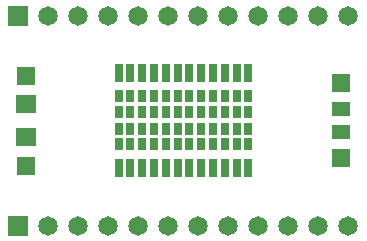
<source format=gts>
G04 (created by PCBNEW-RS274X (2012-jan-04)-stable) date Sun 02 Sep 2012 01:17:06 AM CEST*
G01*
G70*
G90*
%MOIN*%
G04 Gerber Fmt 3.4, Leading zero omitted, Abs format*
%FSLAX34Y34*%
G04 APERTURE LIST*
%ADD10C,0.006000*%
%ADD11R,0.059000X0.051100*%
%ADD12R,0.070800X0.062900*%
%ADD13R,0.060000X0.060000*%
%ADD14R,0.065000X0.065000*%
%ADD15C,0.065000*%
%ADD16R,0.025600X0.063000*%
%ADD17R,0.025600X0.039400*%
G04 APERTURE END LIST*
G54D10*
G54D11*
X62750Y-37126D03*
X62750Y-37874D03*
G54D12*
X52250Y-36949D03*
X52250Y-38051D03*
G54D13*
X52250Y-36000D03*
X62750Y-36250D03*
X52250Y-39000D03*
X62750Y-38750D03*
G54D14*
X52000Y-34000D03*
G54D15*
X53000Y-34000D03*
X54000Y-34000D03*
X55000Y-34000D03*
X56000Y-34000D03*
X57000Y-34000D03*
X58000Y-34000D03*
X59000Y-34000D03*
X60000Y-34000D03*
X61000Y-34000D03*
X62000Y-34000D03*
X63000Y-34000D03*
G54D14*
X52000Y-41000D03*
G54D15*
X53000Y-41000D03*
X54000Y-41000D03*
X55000Y-41000D03*
X56000Y-41000D03*
X57000Y-41000D03*
X58000Y-41000D03*
X59000Y-41000D03*
X60000Y-41000D03*
X61000Y-41000D03*
X62000Y-41000D03*
X63000Y-41000D03*
G54D16*
X55335Y-39075D03*
X55728Y-39075D03*
X56122Y-39075D03*
X56516Y-39075D03*
X56909Y-39075D03*
X57303Y-39075D03*
X57697Y-39075D03*
X58091Y-39075D03*
X58484Y-39075D03*
X58878Y-39075D03*
X59272Y-39075D03*
X59665Y-39075D03*
X59665Y-35925D03*
X59272Y-35925D03*
X58878Y-35925D03*
X58484Y-35925D03*
X58091Y-35925D03*
X57697Y-35925D03*
X57303Y-35925D03*
X56909Y-35925D03*
X56516Y-35925D03*
X56122Y-35925D03*
X55728Y-35925D03*
X55335Y-35925D03*
G54D17*
X59666Y-36693D03*
X59666Y-37205D03*
X56122Y-38288D03*
X56122Y-37776D03*
X56516Y-38288D03*
X56516Y-37776D03*
X56910Y-38288D03*
X56910Y-37776D03*
X57304Y-38288D03*
X57304Y-37776D03*
X57697Y-38288D03*
X57697Y-37776D03*
X58091Y-38288D03*
X58091Y-37776D03*
X58485Y-38288D03*
X58485Y-37776D03*
X58878Y-38288D03*
X58878Y-37776D03*
X59272Y-38288D03*
X59272Y-37776D03*
X59666Y-38288D03*
X59666Y-37776D03*
X59272Y-36693D03*
X59272Y-37205D03*
X58878Y-36693D03*
X58878Y-37205D03*
X58485Y-36693D03*
X58485Y-37205D03*
X58091Y-36693D03*
X58091Y-37205D03*
X57697Y-36693D03*
X57697Y-37205D03*
X57304Y-36693D03*
X57304Y-37205D03*
X56910Y-36693D03*
X56910Y-37205D03*
X56516Y-36693D03*
X56516Y-37205D03*
X56122Y-36693D03*
X56122Y-37205D03*
X55729Y-36693D03*
X55729Y-37205D03*
X55335Y-36693D03*
X55335Y-37205D03*
X55335Y-38288D03*
X55335Y-37776D03*
X55729Y-38288D03*
X55729Y-37776D03*
M02*

</source>
